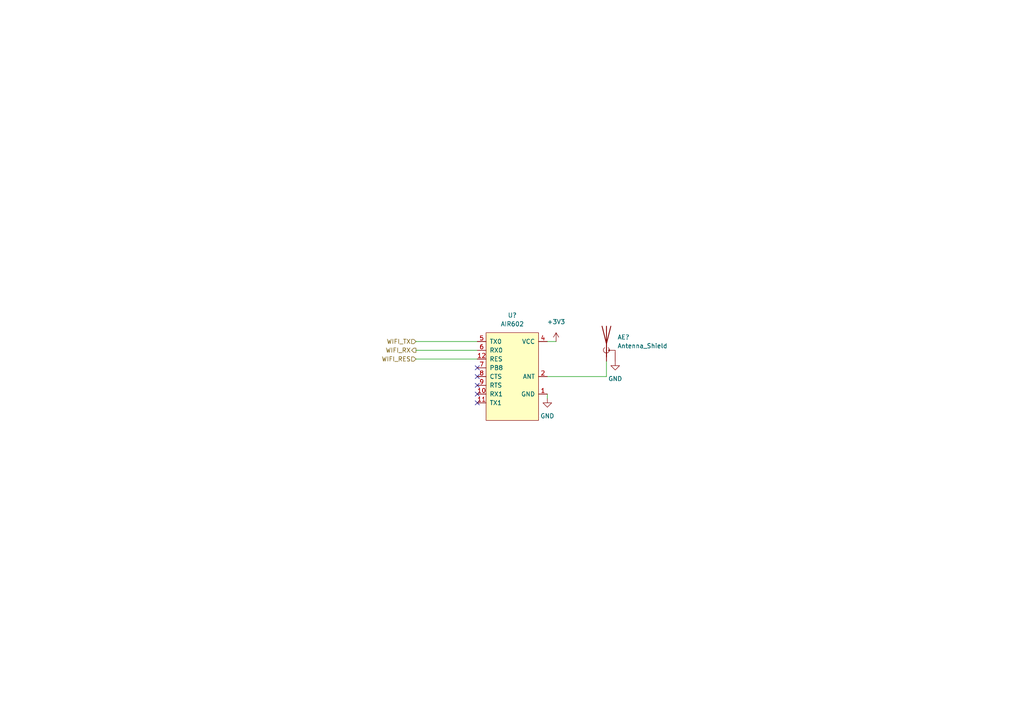
<source format=kicad_sch>
(kicad_sch (version 20211123) (generator eeschema)
  (paper "A4")
  (lib_symbols
    (symbol "Device:Antenna_Shield" (pin_numbers hide) (pin_names (offset 1.016) hide)
      (property "Reference" "AE" (at -1.905 4.445 0))
      (property "Value" "Antenna_Shield" (at -1.905 2.54 0))
      (symbol "Antenna_Shield_0_1"
        (arc (start -0.508 -1.143) (mid -0.8485 -2.1032) (end 0 -2.667))
        (arc (start 0 -2.667) (mid 0.8047 -2.0885) (end 0.508 -1.143))
        (polyline (pts (xy 0 -2.54) (xy 0 0)))
        (polyline (pts (xy 0 5.08) (xy 0 -3.81)) (stroke (width 0.254)))
        (polyline (pts (xy 0.762 -1.905) (xy 2.54 -1.905)))
        (polyline (pts (xy 2.54 -2.54) (xy 2.54 -1.905)))
        (polyline (pts (xy 1.27 5.08) (xy 0 0) (xy -1.27 5.08)) (stroke (width 0.254)))
        (circle (center 0.762 -1.905) (radius 0.1778) (fill (type outline)))
      )
      (symbol "Antenna_Shield_1_1"
        (pin input line (at 0 -5.08 90) (length 2.54) (name "A") (number "1"))
        (pin input line (at 2.54 -5.08 90) (length 2.54) (name "Shield") (number "2"))
      )
    )
    (symbol "air602:AIR602" (pin_names (offset 1.016))
      (property "Reference" "U" (at 0 11.43 0))
      (property "Value" "AIR602" (at 0 -12.7 0))
      (symbol "AIR602_0_1"
        (rectangle (start -7.62 10.16) (end 7.62 -15.24) (fill (type background)))
      )
      (symbol "AIR602_1_1"
        (pin power_in line (at -10.16 -7.62 0) (length 2.54) (name "GND") (number "1"))
        (pin bidirectional line (at 10.16 -7.62 180) (length 2.54) (name "RX1") (number "10"))
        (pin bidirectional line (at 10.16 -10.16 180) (length 2.54) (name "TX1") (number "11"))
        (pin input line (at 10.16 2.54 180) (length 2.54) (name "RES") (number "12"))
        (pin bidirectional line (at -10.16 -2.54 0) (length 2.54) (name "ANT") (number "2"))
        (pin passive line (at -10.16 -7.62 0) (length 2.54) hide (name "GND") (number "3"))
        (pin power_in line (at -10.16 7.62 0) (length 2.54) (name "VCC") (number "4"))
        (pin bidirectional line (at 10.16 7.62 180) (length 2.54) (name "TX0") (number "5"))
        (pin bidirectional line (at 10.16 5.08 180) (length 2.54) (name "RX0") (number "6"))
        (pin bidirectional line (at 10.16 0 180) (length 2.54) (name "PB8") (number "7"))
        (pin bidirectional line (at 10.16 -2.54 180) (length 2.54) (name "CTS") (number "8"))
        (pin bidirectional line (at 10.16 -5.08 180) (length 2.54) (name "RTS") (number "9"))
      )
    )
    (symbol "power:+3V3" (power) (pin_names (offset 0))
      (property "Value" "+3V3" (at 0 3.556 0))
      (symbol "+3V3_0_1"
        (polyline (pts (xy -0.762 1.27) (xy 0 2.54)))
        (polyline (pts (xy 0 0) (xy 0 2.54)))
        (polyline (pts (xy 0 2.54) (xy 0.762 1.27)))
      )
      (symbol "+3V3_1_1"
        (pin power_in line (at 0 0 90) (length 0) hide (name "+3V3") (number "1"))
      )
    )
    (symbol "power:GND" (power) (pin_names (offset 0))
      (property "Value" "GND" (at 0 -3.81 0))
      (symbol "GND_0_1"
        (polyline (pts (xy 0 0) (xy 0 -1.27) (xy 1.27 -1.27) (xy 0 -2.54) (xy -1.27 -1.27) (xy 0 -1.27)))
      )
      (symbol "GND_1_1"
        (pin power_in line (at 0 0 270) (length 0) hide (name "GND") (number "1"))
      )
    )
  )
  (no_connect (at 138.43 109.22))
  (no_connect (at 138.43 111.76))
  (no_connect (at 138.43 114.3))
  (no_connect (at 138.43 106.68))
  (no_connect (at 138.43 116.84))
  (wire (pts (xy 120.65 99.06) (xy 138.43 99.06)))
  (wire (pts (xy 120.65 101.6) (xy 138.43 101.6)))
  (wire (pts (xy 158.75 109.22) (xy 175.895 109.22)))
  (wire (pts (xy 120.65 104.14) (xy 138.43 104.14)))
  (wire (pts (xy 175.895 104.775) (xy 175.895 109.22)))
  (wire (pts (xy 161.29 99.06) (xy 158.75 99.06)))
  (wire (pts (xy 158.75 114.3) (xy 158.75 115.57)))
  (hierarchical_label "WIFI_RES" (shape input) (at 120.65 104.14 180))
  (hierarchical_label "WIFI_RX" (shape output) (at 120.65 101.6 180))
  (hierarchical_label "WIFI_TX" (shape input) (at 120.65 99.06 180))
  (symbol (lib_id "power:+3V3") (at 161.29 99.06 0) (mirror y) (unit 1)
    (property "Reference" "#PWR?" (effects hide))
    (property "Value" "+3V3" (at 161.29 93.345 0))
  )
  (symbol (lib_id "air602:AIR602") (at 148.59 106.68 0) (mirror y) (unit 1)
    (property "Reference" "U?" (at 148.59 91.44 0))
    (property "Value" "AIR602" (at 148.59 93.98 0))
    (property "Footprint" "footprints:AIR602" (effects hide))
  )
  (symbol (lib_id "power:GND") (at 178.435 104.775 0) (mirror y) (unit 1)
    (property "Reference" "#PWR?" (effects hide))
    (property "Value" "GND" (at 178.435 109.855 0))
  )
  (symbol (lib_id "power:GND") (at 158.75 115.57 0) (mirror y) (unit 1)
    (property "Reference" "#PWR?" (effects hide))
    (property "Value" "GND" (at 158.75 120.65 0))
  )
  (symbol (lib_id "Device:Antenna_Shield") (at 175.895 99.695 0) (unit 1)
    (property "Reference" "AE?" (at 179.07 97.7899 0) (effects (justify left)))
    (property "Value" "Antenna_Shield" (at 179.07 100.3299 0) (effects (justify left)))
    (property "Footprint" "RF_Antenna:Texas_SWRA117D_2.4GHz_Left" (effects hide))
  )
)
</source>
